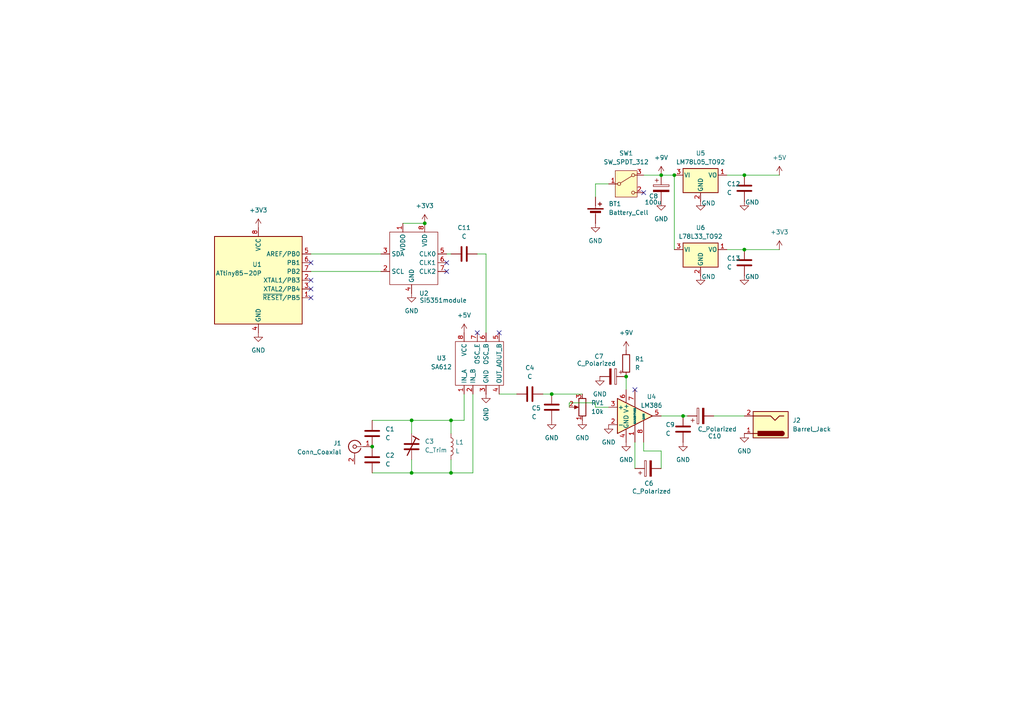
<source format=kicad_sch>
(kicad_sch (version 20231120) (generator "eeschema") (generator_version "8.0")
  (paper "A4")
  (lib_symbols
    (symbol "Amplifier_Audio:LM386" (pin_names (offset 0.127))
      (property "Reference" "U" (at 1.27 7.62 0))
      (property "Value" "LM386" (at 1.27 5.08 0))
      (symbol "LM386_0_1"
        (polyline (pts (xy 5.08 0) (xy -5.08 5.08) (xy -5.08 -5.08) (xy 5.08 0)) (stroke (width 0.254)) (fill (type background)))
      )
      (symbol "LM386_1_1"
        (pin input line (at 0 -7.62 90) (length 5.08) (name "GAIN") (number "1"))
        (pin input line (at -7.62 -2.54 0) (length 2.54) (name "-") (number "2"))
        (pin input line (at -7.62 2.54 0) (length 2.54) (name "+") (number "3"))
        (pin power_in line (at -2.54 -7.62 90) (length 3.81) (name "GND") (number "4"))
        (pin output line (at 7.62 0 180) (length 2.54) (name "~") (number "5"))
        (pin power_in line (at -2.54 7.62 270) (length 3.81) (name "V+") (number "6"))
        (pin input line (at 0 7.62 270) (length 5.08) (name "BYPASS") (number "7"))
        (pin input line (at 2.54 -7.62 90) (length 6.35) (name "GAIN") (number "8"))
      )
    )
    (symbol "Connector:Barrel_Jack" (pin_names (offset 1.016))
      (property "Reference" "J" (at 0 5.334 0))
      (property "Value" "Barrel_Jack" (at 0 -5.08 0))
      (symbol "Barrel_Jack_0_1"
        (rectangle (start -5.08 3.81) (end 5.08 -3.81) (stroke (width 0.254)) (fill (type background)))
        (arc (start -3.302 3.175) (mid -3.9343 2.54) (end -3.302 1.905) (stroke (width 0.254)))
        (arc (start -3.302 3.175) (mid -3.9343 2.54) (end -3.302 1.905) (stroke (width 0.254)) (fill (type outline)))
        (polyline (pts (xy 5.08 2.54) (xy 3.81 2.54)) (stroke (width 0.254)))
        (polyline (pts (xy -3.81 -2.54) (xy -2.54 -2.54) (xy -1.27 -1.27) (xy 0 -2.54) (xy 2.54 -2.54) (xy 5.08 -2.54)) (stroke (width 0.254)))
        (rectangle (start 3.683 3.175) (end -3.302 1.905) (stroke (width 0.254)) (fill (type outline)))
      )
      (symbol "Barrel_Jack_1_1"
        (pin passive line (at 7.62 2.54 180) (length 2.54) (name "~") (number "1"))
        (pin passive line (at 7.62 -2.54 180) (length 2.54) (name "~") (number "2"))
      )
    )
    (symbol "Connector:Conn_Coaxial" (pin_names (offset 1.016) hide)
      (property "Reference" "J" (at 0.254 3.048 0))
      (property "Value" "Conn_Coaxial" (at 2.921 0 90))
      (symbol "Conn_Coaxial_0_1"
        (arc (start -1.778 -0.508) (mid 0.2311 -1.8066) (end 1.778 0) (stroke (width 0.254)))
        (polyline (pts (xy -2.54 0) (xy -0.508 0)))
        (polyline (pts (xy 0 -2.54) (xy 0 -1.778)))
        (circle (center 0 0) (radius 0.508) (stroke (width 0.2032)))
        (arc (start 1.778 0) (mid 0.2099 1.8101) (end -1.778 0.508) (stroke (width 0.254)))
      )
      (symbol "Conn_Coaxial_1_1"
        (pin passive line (at -5.08 0 0) (length 2.54) (name "In") (number "1"))
        (pin passive line (at 0 -5.08 90) (length 2.54) (name "Ext") (number "2"))
      )
    )
    (symbol "Device:Battery_Cell" (pin_numbers hide) (pin_names (offset 0) hide)
      (property "Reference" "BT" (at 2.54 2.54 0))
      (property "Value" "Battery_Cell" (at 2.54 0 0))
      (symbol "Battery_Cell_0_1"
        (rectangle (start -2.286 1.778) (end 2.286 1.524) (fill (type outline)))
        (rectangle (start -1.524 1.016) (end 1.524 0.508) (fill (type outline)))
        (polyline (pts (xy 0 0.762) (xy 0 0)))
        (polyline (pts (xy 0 1.778) (xy 0 2.54)))
        (polyline (pts (xy 0.762 3.048) (xy 1.778 3.048)) (stroke (width 0.254)))
        (polyline (pts (xy 1.27 3.556) (xy 1.27 2.54)) (stroke (width 0.254)))
      )
      (symbol "Battery_Cell_1_1"
        (pin passive line (at 0 5.08 270) (length 2.54) (name "+") (number "1"))
        (pin passive line (at 0 -2.54 90) (length 2.54) (name "-") (number "2"))
      )
    )
    (symbol "Device:C" (pin_numbers hide) (pin_names (offset 0.254))
      (property "Reference" "C" (at 0.635 2.54 0))
      (property "Value" "C" (at 0.635 -2.54 0))
      (symbol "C_0_1"
        (polyline (pts (xy -2.032 -0.762) (xy 2.032 -0.762)) (stroke (width 0.508)))
        (polyline (pts (xy -2.032 0.762) (xy 2.032 0.762)) (stroke (width 0.508)))
      )
      (symbol "C_1_1"
        (pin passive line (at 0 3.81 270) (length 2.794) (name "~") (number "1"))
        (pin passive line (at 0 -3.81 90) (length 2.794) (name "~") (number "2"))
      )
    )
    (symbol "Device:C_Polarized" (pin_numbers hide) (pin_names (offset 0.254))
      (property "Reference" "C" (at 0.635 2.54 0))
      (property "Value" "C_Polarized" (at 0.635 -2.54 0))
      (symbol "C_Polarized_0_1"
        (rectangle (start -2.286 0.508) (end 2.286 1.016))
        (polyline (pts (xy -1.778 2.286) (xy -0.762 2.286)))
        (polyline (pts (xy -1.27 2.794) (xy -1.27 1.778)))
        (rectangle (start 2.286 -0.508) (end -2.286 -1.016) (fill (type outline)))
      )
      (symbol "C_Polarized_1_1"
        (pin passive line (at 0 3.81 270) (length 2.794) (name "~") (number "1"))
        (pin passive line (at 0 -3.81 90) (length 2.794) (name "~") (number "2"))
      )
    )
    (symbol "Device:C_Trim" (pin_numbers hide) (pin_names (offset 0.254) hide)
      (property "Reference" "C" (at 1.524 -2.032 0))
      (property "Value" "C_Trim" (at 3.048 -3.556 0))
      (symbol "C_Trim_0_1"
        (polyline (pts (xy -2.032 -0.762) (xy 2.032 -0.762)) (stroke (width 0.508)))
        (polyline (pts (xy -2.032 0.762) (xy 2.032 0.762)) (stroke (width 0.508)))
        (polyline (pts (xy 1.27 2.54) (xy -1.27 -2.54)) (stroke (width 0.3048)))
        (polyline (pts (xy 1.27 2.54) (xy 0.381 3.048)) (stroke (width 0.3048)))
        (polyline (pts (xy 1.27 2.54) (xy 2.159 2.032)) (stroke (width 0.3048)))
      )
      (symbol "C_Trim_1_1"
        (pin passive line (at 0 3.81 270) (length 3.048) (name "~") (number "1"))
        (pin passive line (at 0 -3.81 90) (length 3.048) (name "~") (number "2"))
      )
    )
    (symbol "Device:L" (pin_numbers hide) (pin_names (offset 1.016) hide)
      (property "Reference" "L" (at -1.27 0 90))
      (property "Value" "L" (at 1.905 0 90))
      (symbol "L_0_1"
        (arc (start 0 -2.54) (mid 0.6323 -1.905) (end 0 -1.27))
        (arc (start 0 -1.27) (mid 0.6323 -0.635) (end 0 0))
        (arc (start 0 0) (mid 0.6323 0.635) (end 0 1.27))
        (arc (start 0 1.27) (mid 0.6323 1.905) (end 0 2.54))
      )
      (symbol "L_1_1"
        (pin passive line (at 0 3.81 270) (length 1.27) (name "1") (number "1"))
        (pin passive line (at 0 -3.81 90) (length 1.27) (name "2") (number "2"))
      )
    )
    (symbol "Device:R" (pin_numbers hide) (pin_names (offset 0))
      (property "Reference" "R" (at 2.032 0 90))
      (property "Value" "R" (at 0 0 90))
      (symbol "R_0_1"
        (rectangle (start -1.016 -2.54) (end 1.016 2.54) (stroke (width 0.254)))
      )
      (symbol "R_1_1"
        (pin passive line (at 0 3.81 270) (length 1.27) (name "~") (number "1"))
        (pin passive line (at 0 -3.81 90) (length 1.27) (name "~") (number "2"))
      )
    )
    (symbol "Device:R_Potentiometer" (pin_names (offset 1.016) hide)
      (property "Reference" "RV" (at -4.445 0 90))
      (property "Value" "R_Potentiometer" (at -2.54 0 90))
      (symbol "R_Potentiometer_0_1"
        (polyline (pts (xy 2.54 0) (xy 1.524 0)))
        (polyline (pts (xy 1.143 0) (xy 2.286 0.508) (xy 2.286 -0.508) (xy 1.143 0)) (fill (type outline)))
        (rectangle (start 1.016 2.54) (end -1.016 -2.54) (stroke (width 0.254)))
      )
      (symbol "R_Potentiometer_1_1"
        (pin passive line (at 0 3.81 270) (length 1.27) (name "1") (number "1"))
        (pin passive line (at 3.81 0 180) (length 1.27) (name "2") (number "2"))
        (pin passive line (at 0 -3.81 90) (length 1.27) (name "3") (number "3"))
      )
    )
    (symbol "MCU_Microchip_ATtiny:ATtiny85-20P"
      (property "Reference" "U" (at -12.7 13.97 0))
      (property "Value" "ATtiny85-20P" (at 2.54 -13.97 0))
      (symbol "ATtiny85-20P_0_1"
        (rectangle (start -12.7 -12.7) (end 12.7 12.7) (stroke (width 0.254)) (fill (type background)))
      )
      (symbol "ATtiny85-20P_1_1"
        (pin bidirectional line (at 15.24 -5.08 180) (length 2.54) (name "~{RESET}/PB5") (number "1"))
        (pin bidirectional line (at 15.24 0 180) (length 2.54) (name "XTAL1/PB3") (number "2"))
        (pin bidirectional line (at 15.24 -2.54 180) (length 2.54) (name "XTAL2/PB4") (number "3"))
        (pin power_in line (at 0 -15.24 90) (length 2.54) (name "GND") (number "4"))
        (pin bidirectional line (at 15.24 7.62 180) (length 2.54) (name "AREF/PB0") (number "5"))
        (pin bidirectional line (at 15.24 5.08 180) (length 2.54) (name "PB1") (number "6"))
        (pin bidirectional line (at 15.24 2.54 180) (length 2.54) (name "PB2") (number "7"))
        (pin power_in line (at 0 15.24 270) (length 2.54) (name "VCC") (number "8"))
      )
    )
    (symbol "New_Library:NE612"
      (property "Reference" "U" (at 0 8.89 0))
      (symbol "NE612_0_1"
        (rectangle (start -6.35 6.35) (end 6.35 -7.62))
      )
      (symbol "NE612_1_1"
        (pin input line (at -8.89 3.81 0) (length 2.54) (name "IN_A") (number "1"))
        (pin input line (at -8.89 1.27 0) (length 2.54) (name "IN_B") (number "2"))
        (pin input line (at -8.89 -2.54 0) (length 2.54) (name "GND") (number "3"))
        (pin output line (at -8.89 -6.35 0) (length 2.54) (name "OUT_A") (number "4"))
        (pin output line (at 8.89 -6.35 180) (length 2.54) (name "OUT_B") (number "5"))
        (pin input line (at 8.89 -2.54 180) (length 2.54) (name "OSC_B") (number "6"))
        (pin input line (at 8.89 0 180) (length 2.54) (name "OSC_E") (number "7"))
        (pin input line (at 8.89 3.81 180) (length 2.54) (name "VCC") (number "8"))
      )
    )
    (symbol "New_Library_ic4:Si5351module"
      (property "Reference" "U" (at 0 0 0))
      (symbol "Si5351module_0_1"
        (rectangle (start -6.35 7.62) (end 7.62 -7.62))
      )
      (symbol "Si5351module_1_1"
        (pin power_in line (at -2.54 10.16 270) (length 2.54) (name "VDDO") (number "1"))
        (pin passive line (at -8.89 -3.81 0) (length 2.54) (name "SCL") (number "2"))
        (pin passive line (at -8.89 1.27 0) (length 2.54) (name "SDA") (number "3"))
        (pin power_in line (at 0 -10.16 90) (length 2.54) (name "GND") (number "4"))
        (pin output line (at 10.16 1.27 180) (length 2.54) (name "CLK0") (number "5"))
        (pin output line (at 10.16 -1.27 180) (length 2.54) (name "CLK1") (number "6"))
        (pin output line (at 10.16 -3.81 180) (length 2.54) (name "CLK2") (number "7"))
        (pin power_in line (at 3.81 10.16 270) (length 2.54) (name "VDD") (number "8"))
      )
    )
    (symbol "Regulator_Linear:L78L33_TO92" (pin_names (offset 0.254))
      (property "Reference" "U" (at -3.81 3.175 0))
      (property "Value" "L78L33_TO92" (at 0 3.175 0))
      (symbol "L78L33_TO92_0_1"
        (rectangle (start -5.08 -5.08) (end 5.08 1.905) (stroke (width 0.254)) (fill (type background)))
      )
      (symbol "L78L33_TO92_1_1"
        (pin power_out line (at 7.62 0 180) (length 2.54) (name "VO") (number "1"))
        (pin power_in line (at 0 -7.62 90) (length 2.54) (name "GND") (number "2"))
        (pin power_in line (at -7.62 0 0) (length 2.54) (name "VI") (number "3"))
      )
    )
    (symbol "Regulator_Linear:LM78L05_TO92" (pin_names (offset 0.254))
      (property "Reference" "U" (at -3.81 3.175 0))
      (property "Value" "LM78L05_TO92" (at 0 3.175 0))
      (symbol "LM78L05_TO92_0_1"
        (rectangle (start -5.08 -5.08) (end 5.08 1.905) (stroke (width 0.254)) (fill (type background)))
      )
      (symbol "LM78L05_TO92_1_1"
        (pin power_out line (at 7.62 0 180) (length 2.54) (name "VO") (number "1"))
        (pin power_in line (at 0 -7.62 90) (length 2.54) (name "GND") (number "2"))
        (pin power_in line (at -7.62 0 0) (length 2.54) (name "VI") (number "3"))
      )
    )
    (symbol "Switch:SW_SPDT_312" (pin_names (offset 1) hide)
      (property "Reference" "SW" (at 0 5.08 0))
      (property "Value" "SW_SPDT_312" (at 0 -5.08 0))
      (symbol "SW_SPDT_312_0_1"
        (circle (center -2.032 0) (radius 0.4572))
        (polyline (pts (xy -1.651 0.254) (xy 1.651 2.286)))
        (circle (center 2.032 -2.54) (radius 0.4572))
        (circle (center 2.032 2.54) (radius 0.4572))
      )
      (symbol "SW_SPDT_312_1_1"
        (rectangle (start -3.175 3.81) (end 3.175 -3.81) (fill (type background)))
        (pin passive line (at -5.08 0 0) (length 2.54) (name "B") (number "1"))
        (pin passive line (at 5.08 -2.54 180) (length 2.54) (name "C") (number "2"))
        (pin passive line (at 5.08 2.54 180) (length 2.54) (name "A") (number "3"))
      )
    )
    (symbol "power:+3V3" (power) (pin_numbers hide) (pin_names (offset 0) hide)
      (property "Value" "+3V3" (at 0 3.556 0))
      (symbol "+3V3_0_1"
        (polyline (pts (xy -0.762 1.27) (xy 0 2.54)))
        (polyline (pts (xy 0 0) (xy 0 2.54)))
        (polyline (pts (xy 0 2.54) (xy 0.762 1.27)))
      )
      (symbol "+3V3_1_1"
        (pin power_in line (at 0 0 90) (length 0) (name "~") (number "1"))
      )
    )
    (symbol "power:+5V" (power) (pin_numbers hide) (pin_names (offset 0) hide)
      (property "Value" "+5V" (at 0 3.556 0))
      (symbol "+5V_0_1"
        (polyline (pts (xy -0.762 1.27) (xy 0 2.54)))
        (polyline (pts (xy 0 0) (xy 0 2.54)))
        (polyline (pts (xy 0 2.54) (xy 0.762 1.27)))
      )
      (symbol "+5V_1_1"
        (pin power_in line (at 0 0 90) (length 0) (name "~") (number "1"))
      )
    )
    (symbol "power:+9V" (power) (pin_numbers hide) (pin_names (offset 0) hide)
      (property "Value" "+9V" (at 0 3.556 0))
      (symbol "+9V_0_1"
        (polyline (pts (xy -0.762 1.27) (xy 0 2.54)))
        (polyline (pts (xy 0 0) (xy 0 2.54)))
        (polyline (pts (xy 0 2.54) (xy 0.762 1.27)))
      )
      (symbol "+9V_1_1"
        (pin power_in line (at 0 0 90) (length 0) (name "~") (number "1"))
      )
    )
    (symbol "power:GND" (power) (pin_numbers hide) (pin_names (offset 0) hide)
      (property "Value" "GND" (at 0 -3.81 0))
      (symbol "GND_0_1"
        (polyline (pts (xy 0 0) (xy 0 -1.27) (xy 1.27 -1.27) (xy 0 -2.54) (xy -1.27 -1.27) (xy 0 -1.27)))
      )
      (symbol "GND_1_1"
        (pin power_in line (at 0 0 270) (length 0) (name "~") (number "1"))
      )
    )
  )
  (junction (at 119.38 121.92))
  (junction (at 107.95 129.54))
  (junction (at 195.58 50.8))
  (junction (at 119.38 137.16))
  (junction (at 130.81 121.92))
  (junction (at 181.61 109.22))
  (junction (at 191.77 50.8))
  (junction (at 215.9 72.39))
  (junction (at 198.12 120.65))
  (junction (at 215.9 50.8))
  (junction (at 130.81 137.16))
  (junction (at 123.19 64.77))
  (junction (at 160.02 114.3))
  (no_connect (at 129.54 76.2))
  (no_connect (at 90.17 76.2))
  (no_connect (at 129.54 78.74))
  (no_connect (at 90.17 83.82))
  (no_connect (at 90.17 86.36))
  (no_connect (at 184.15 113.03))
  (no_connect (at 186.69 55.88))
  (no_connect (at 144.78 96.52))
  (no_connect (at 138.43 96.52))
  (no_connect (at 90.17 81.28))
  (wire (pts (xy 140.97 96.52) (xy 140.97 73.66)))
  (wire (pts (xy 160.02 114.3) (xy 168.91 114.3)))
  (wire (pts (xy 172.72 116.84) (xy 172.72 118.11)))
  (wire (pts (xy 130.81 121.92) (xy 134.62 121.92)))
  (wire (pts (xy 207.01 120.65) (xy 215.9 120.65)))
  (wire (pts (xy 90.17 73.66) (xy 110.49 73.66)))
  (wire (pts (xy 107.95 121.92) (xy 119.38 121.92)))
  (wire (pts (xy 130.81 121.92) (xy 130.81 125.73)))
  (wire (pts (xy 119.38 121.92) (xy 130.81 121.92)))
  (wire (pts (xy 160.02 114.3) (xy 157.48 114.3)))
  (wire (pts (xy 129.54 73.66) (xy 130.81 73.66)))
  (wire (pts (xy 181.61 109.22) (xy 181.61 113.03)))
  (wire (pts (xy 165.1 116.84) (xy 172.72 116.84)))
  (wire (pts (xy 191.77 50.8) (xy 195.58 50.8)))
  (wire (pts (xy 107.95 137.16) (xy 119.38 137.16)))
  (wire (pts (xy 130.81 133.35) (xy 130.81 137.16)))
  (wire (pts (xy 137.16 137.16) (xy 130.81 137.16)))
  (wire (pts (xy 119.38 133.35) (xy 119.38 137.16)))
  (wire (pts (xy 215.9 50.8) (xy 210.82 50.8)))
  (wire (pts (xy 90.17 78.74) (xy 110.49 78.74)))
  (wire (pts (xy 191.77 130.81) (xy 191.77 135.89)))
  (wire (pts (xy 176.53 118.11) (xy 172.72 118.11)))
  (wire (pts (xy 226.06 50.8) (xy 215.9 50.8)))
  (wire (pts (xy 184.15 128.27) (xy 184.15 135.89)))
  (wire (pts (xy 134.62 121.92) (xy 134.62 114.3)))
  (wire (pts (xy 172.72 53.34) (xy 176.53 53.34)))
  (wire (pts (xy 215.9 72.39) (xy 210.82 72.39)))
  (wire (pts (xy 186.69 130.81) (xy 191.77 130.81)))
  (wire (pts (xy 226.06 72.39) (xy 215.9 72.39)))
  (wire (pts (xy 195.58 50.8) (xy 195.58 72.39)))
  (wire (pts (xy 198.12 120.65) (xy 199.39 120.65)))
  (wire (pts (xy 186.69 128.27) (xy 186.69 130.81)))
  (wire (pts (xy 138.43 73.66) (xy 140.97 73.66)))
  (wire (pts (xy 119.38 137.16) (xy 130.81 137.16)))
  (wire (pts (xy 137.16 114.3) (xy 137.16 137.16)))
  (wire (pts (xy 172.72 57.15) (xy 172.72 53.34)))
  (wire (pts (xy 116.84 64.77) (xy 123.19 64.77)))
  (wire (pts (xy 191.77 120.65) (xy 198.12 120.65)))
  (wire (pts (xy 119.38 121.92) (xy 119.38 125.73)))
  (wire (pts (xy 149.86 114.3) (xy 144.78 114.3)))
  (wire (pts (xy 186.69 50.8) (xy 191.77 50.8)))
  (wire (pts (xy 165.1 118.11) (xy 165.1 116.84)))
  (symbol (lib_id "Device:C") (at 153.67 114.3 90) (unit 1)
    (property "Reference" "C4" (at 153.67 106.68 90))
    (property "Value" "C" (at 153.67 109.22 90))
    (property "Footprint" "Capacitor_THT:C_Disc_D4.3mm_W1.9mm_P5.00mm" (effects (hide yes)))
    (property "Description" "Unpolarized capacitor" (effects (hide yes)))
  )
  (symbol (lib_id "New_Library:NE612") (at 138.43 105.41 90) (unit 1)
    (property "Reference" "U3" (at 128.016 103.886 90))
    (property "Value" "SA612" (at 128.016 106.426 90))
    (property "Footprint" "Package_DIP:DIP-8_W7.62mm" (effects (hide yes)))
  )
  (symbol (lib_id "Connector:Conn_Coaxial") (at 102.87 129.54 0) (mirror y) (unit 1)
    (property "Reference" "J1" (at 99.06 128.5631 0) (effects (justify left)))
    (property "Value" "Conn_Coaxial" (at 99.06 131.1031 0) (effects (justify left)))
    (property "Footprint" "Connector_Coaxial:SMA_Amphenol_132289_EdgeMount" (effects (hide yes)))
    (property "Datasheet" " ~" (effects (hide yes)))
    (property "Description" "coaxial connector (BNC, SMA, SMB, SMC, Cinch/RCA, LEMO, ...)" (effects (hide yes)))
  )
  (symbol (lib_id "Amplifier_Audio:LM386") (at 184.15 120.65 0) (unit 1)
    (property "Reference" "U4" (at 188.976 115.062 0))
    (property "Value" "LM386" (at 188.976 117.602 0))
    (property "Footprint" "Package_DIP:DIP-8_W7.62mm" (effects (hide yes)))
    (property "Datasheet" "http://www.ti.com/lit/ds/symlink/lm386.pdf" (effects (hide yes)))
    (property "Description" "Low Voltage Audio Power Amplifier, DIP-8/SOIC-8/SSOP-8" (effects (hide yes)))
  )
  (symbol (lib_id "Switch:SW_SPDT_312") (at 181.61 53.34 0) (unit 1)
    (property "Reference" "SW1" (at 181.61 44.45 0))
    (property "Value" "SW_SPDT_312" (at 181.61 46.99 0))
    (property "Footprint" "Library:SW" (effects (hide yes)))
    (property "Description" "Switch, single pole double throw" (effects (hide yes)))
  )
  (symbol (lib_id "power:GND") (at 203.2 58.42 0) (unit 1)
    (property "Reference" "#PWR010" (effects (hide yes)))
    (property "Value" "GND" (at 205.486 58.928 0))
    (property "Description" "Power symbol creates a global label with name \"GND\" , ground" (effects (hide yes)))
  )
  (symbol (lib_id "power:+3V3") (at 74.93 66.04 0) (unit 1)
    (property "Reference" "#PWR01" (effects (hide yes)))
    (property "Value" "+3V3" (at 74.93 60.96 0))
    (property "Description" "Power symbol creates a global label with name \"+3V3\"" (effects (hide yes)))
  )
  (symbol (lib_id "Device:C") (at 160.02 118.11 0) (unit 1)
    (property "Reference" "C5" (at 154.178 118.364 0) (effects (justify left)))
    (property "Value" "C" (at 154.178 120.904 0) (effects (justify left)))
    (property "Footprint" "Capacitor_THT:C_Disc_D4.3mm_W1.9mm_P5.00mm" (effects (hide yes)))
    (property "Description" "Unpolarized capacitor" (effects (hide yes)))
  )
  (symbol (lib_id "power:GND") (at 119.38 85.09 0) (unit 1)
    (property "Reference" "#PWR03" (effects (hide yes)))
    (property "Value" "GND" (at 119.38 90.17 0))
    (property "Description" "Power symbol creates a global label with name \"GND\" , ground" (effects (hide yes)))
  )
  (symbol (lib_id "power:GND") (at 215.9 58.42 0) (unit 1)
    (property "Reference" "#PWR023" (effects (hide yes)))
    (property "Value" "GND" (at 218.186 58.674 0))
    (property "Description" "Power symbol creates a global label with name \"GND\" , ground" (effects (hide yes)))
  )
  (symbol (lib_id "Device:Battery_Cell") (at 172.72 62.23 0) (unit 1)
    (property "Reference" "BT1" (at 176.53 59.1184 0) (effects (justify left)))
    (property "Value" "Battery_Cell" (at 176.53 61.6584 0) (effects (justify left)))
    (property "Footprint" "Connector_PinHeader_2.54mm:PinHeader_1x02_P2.54mm_Vertical" (effects (hide yes)))
    (property "Description" "Single-cell battery" (effects (hide yes)))
  )
  (symbol (lib_id "power:+9V") (at 181.61 101.6 0) (unit 1)
    (property "Reference" "#PWR06" (effects (hide yes)))
    (property "Value" "+9V" (at 181.61 96.52 0))
    (property "Description" "Power symbol creates a global label with name \"+9V\"" (effects (hide yes)))
  )
  (symbol (lib_id "power:+5V") (at 134.62 96.52 0) (unit 1)
    (property "Reference" "#PWR08" (effects (hide yes)))
    (property "Value" "+5V" (at 134.62 91.44 0))
    (property "Description" "Power symbol creates a global label with name \"+5V\"" (effects (hide yes)))
  )
  (symbol (lib_id "Device:R_Potentiometer") (at 168.91 118.11 180) (unit 1)
    (property "Reference" "RV1" (at 171.45 116.8399 0) (effects (justify right)))
    (property "Value" "10k" (at 171.45 119.3799 0) (effects (justify right)))
    (property "Footprint" "Potentiometer_THT:Potentiometer_Vishay_T73YP_Vertical" (effects (hide yes)))
    (property "Description" "Potentiometer" (effects (hide yes)))
  )
  (symbol (lib_id "power:GND") (at 140.97 114.3 0) (unit 1)
    (property "Reference" "#PWR04" (effects (hide yes)))
    (property "Value" "GND" (at 140.9699 118.11 90) (effects (justify right)))
    (property "Description" "Power symbol creates a global label with name \"GND\" , ground" (effects (hide yes)))
  )
  (symbol (lib_id "Device:C_Trim") (at 119.38 129.54 0) (unit 1)
    (property "Reference" "C3" (at 123.19 128.0159 0) (effects (justify left)))
    (property "Value" "C_Trim" (at 123.19 130.5559 0) (effects (justify left)))
    (property "Footprint" "Library:c_trim" (effects (hide yes)))
    (property "Description" "Trimmable capacitor" (effects (hide yes)))
  )
  (symbol (lib_id "power:GND") (at 160.02 121.92 0) (unit 1)
    (property "Reference" "#PWR015" (effects (hide yes)))
    (property "Value" "GND" (at 160.02 127 0))
    (property "Description" "Power symbol creates a global label with name \"GND\" , ground" (effects (hide yes)))
  )
  (symbol (lib_id "power:GND") (at 168.91 121.92 0) (unit 1)
    (property "Reference" "#PWR014" (effects (hide yes)))
    (property "Value" "GND" (at 168.91 127 0))
    (property "Description" "Power symbol creates a global label with name \"GND\" , ground" (effects (hide yes)))
  )
  (symbol (lib_id "Device:C_Polarized") (at 177.8 109.22 270) (unit 1)
    (property "Reference" "C7" (at 173.736 103.378 90))
    (property "Value" "C_Polarized" (at 172.974 105.41 90))
    (property "Footprint" "Capacitor_THT:CP_Radial_D6.3mm_P2.50mm" (effects (hide yes)))
    (property "Description" "Polarized capacitor" (effects (hide yes)))
  )
  (symbol (lib_id "Connector:Barrel_Jack") (at 223.52 123.19 180) (unit 1)
    (property "Reference" "J2" (at 229.87 121.9199 0) (effects (justify right)))
    (property "Value" "Barrel_Jack" (at 229.87 124.4599 0) (effects (justify right)))
    (property "Footprint" "Library:2.5jack" (effects (hide yes)))
    (property "Description" "DC Barrel Jack" (effects (hide yes)))
  )
  (symbol (lib_id "Device:C") (at 107.95 133.35 0) (unit 1)
    (property "Reference" "C2" (at 111.76 132.0799 0) (effects (justify left)))
    (property "Value" "C" (at 111.76 134.6199 0) (effects (justify left)))
    (property "Footprint" "Capacitor_THT:C_Disc_D4.3mm_W1.9mm_P5.00mm" (effects (hide yes)))
    (property "Description" "Unpolarized capacitor" (effects (hide yes)))
  )
  (symbol (lib_id "power:GND") (at 215.9 125.73 0) (unit 1)
    (property "Reference" "#PWR020" (effects (hide yes)))
    (property "Value" "GND" (at 215.9 130.81 0))
    (property "Description" "Power symbol creates a global label with name \"GND\" , ground" (effects (hide yes)))
  )
  (symbol (lib_id "Device:C_Polarized") (at 191.77 54.61 0) (unit 1)
    (property "Reference" "C8" (at 188.214 56.896 0) (effects (justify left)))
    (property "Value" "100u" (at 186.944 58.674 0) (effects (justify left)))
    (property "Footprint" "Capacitor_THT:CP_Radial_D6.3mm_P2.50mm" (effects (hide yes)))
    (property "Description" "Polarized capacitor" (effects (hide yes)))
  )
  (symbol (lib_id "Device:C") (at 215.9 76.2 0) (unit 1)
    (property "Reference" "C13" (at 210.82 74.93 0) (effects (justify left)))
    (property "Value" "C" (at 210.82 77.47 0) (effects (justify left)))
    (property "Footprint" "Capacitor_THT:C_Disc_D4.3mm_W1.9mm_P5.00mm" (effects (hide yes)))
    (property "Description" "Unpolarized capacitor" (effects (hide yes)))
  )
  (symbol (lib_id "Regulator_Linear:LM78L05_TO92") (at 203.2 50.8 0) (unit 1)
    (property "Reference" "U5" (at 203.2 44.45 0))
    (property "Value" "LM78L05_TO92" (at 203.2 46.99 0))
    (property "Footprint" "Package_TO_SOT_THT:TO-92_Inline_Wide" (effects (hide yes)))
    (property "Datasheet" "https://www.onsemi.com/pub/Collateral/MC78L06A-D.pdf" (effects (hide yes)))
    (property "Description" "Positive 100mA 30V Linear Regulator, Fixed Output 5V, TO-92" (effects (hide yes)))
  )
  (symbol (lib_id "power:GND") (at 198.12 128.27 0) (unit 1)
    (property "Reference" "#PWR019" (effects (hide yes)))
    (property "Value" "GND" (at 198.12 133.35 0))
    (property "Description" "Power symbol creates a global label with name \"GND\" , ground" (effects (hide yes)))
  )
  (symbol (lib_id "power:+3V3") (at 123.19 64.77 0) (unit 1)
    (property "Reference" "#PWR07" (effects (hide yes)))
    (property "Value" "+3V3" (at 123.19 59.69 0))
    (property "Description" "Power symbol creates a global label with name \"+3V3\"" (effects (hide yes)))
  )
  (symbol (lib_id "power:GND") (at 191.77 58.42 0) (unit 1)
    (property "Reference" "#PWR018" (effects (hide yes)))
    (property "Value" "GND" (at 191.77 63.5 0))
    (property "Description" "Power symbol creates a global label with name \"GND\" , ground" (effects (hide yes)))
  )
  (symbol (lib_id "Device:C_Polarized") (at 187.96 135.89 90) (unit 1)
    (property "Reference" "C6" (at 188.214 140.208 90))
    (property "Value" "C_Polarized" (at 188.976 142.494 90))
    (property "Footprint" "Capacitor_THT:CP_Radial_D6.3mm_P2.50mm" (effects (hide yes)))
    (property "Description" "Polarized capacitor" (effects (hide yes)))
  )
  (symbol (lib_id "power:GND") (at 176.53 123.19 0) (unit 1)
    (property "Reference" "#PWR016" (effects (hide yes)))
    (property "Value" "GND" (at 176.53 128.27 0))
    (property "Description" "Power symbol creates a global label with name \"GND\" , ground" (effects (hide yes)))
  )
  (symbol (lib_id "Device:C") (at 134.62 73.66 90) (unit 1)
    (property "Reference" "C11" (at 134.62 66.04 90))
    (property "Value" "C" (at 134.62 68.58 90))
    (property "Footprint" "Capacitor_THT:C_Disc_D4.3mm_W1.9mm_P5.00mm" (effects (hide yes)))
    (property "Description" "Unpolarized capacitor" (effects (hide yes)))
  )
  (symbol (lib_id "power:GND") (at 203.2 80.01 0) (unit 1)
    (property "Reference" "#PWR011" (effects (hide yes)))
    (property "Value" "GND" (at 205.486 80.264 0))
    (property "Description" "Power symbol creates a global label with name \"GND\" , ground" (effects (hide yes)))
  )
  (symbol (lib_id "New_Library_ic4:Si5351module") (at 119.38 74.93 0) (unit 1)
    (property "Reference" "U2" (at 121.5741 85.09 0) (effects (justify left)))
    (property "Value" "Si5351module" (at 121.666 87.122 0) (effects (justify left)))
    (property "Footprint" "Package_DIP:DIP-8_W7.62mm" (effects (hide yes)))
  )
  (symbol (lib_id "power:+5V") (at 226.06 50.8 0) (unit 1)
    (property "Reference" "#PWR013" (effects (hide yes)))
    (property "Value" "+5V" (at 226.06 45.72 0))
    (property "Description" "Power symbol creates a global label with name \"+5V\"" (effects (hide yes)))
  )
  (symbol (lib_id "Device:C_Polarized") (at 203.2 120.65 90) (unit 1)
    (property "Reference" "C10" (at 207.264 126.492 90))
    (property "Value" "C_Polarized" (at 208.026 124.46 90))
    (property "Footprint" "Capacitor_THT:CP_Radial_D6.3mm_P2.50mm" (effects (hide yes)))
    (property "Description" "Polarized capacitor" (effects (hide yes)))
  )
  (symbol (lib_id "power:GND") (at 173.99 109.22 0) (unit 1)
    (property "Reference" "#PWR017" (effects (hide yes)))
    (property "Value" "GND" (at 173.99 114.3 0))
    (property "Description" "Power symbol creates a global label with name \"GND\" , ground" (effects (hide yes)))
  )
  (symbol (lib_id "Regulator_Linear:L78L33_TO92") (at 203.2 72.39 0) (unit 1)
    (property "Reference" "U6" (at 203.2 66.04 0))
    (property "Value" "L78L33_TO92" (at 203.2 68.58 0))
    (property "Footprint" "Package_TO_SOT_THT:TO-92_Inline_Wide" (effects (hide yes)))
    (property "Datasheet" "http://www.st.com/content/ccc/resource/technical/document/datasheet/15/55/e5/aa/23/5b/43/fd/CD00000446.pdf/files/CD00000446.pdf/jcr:content/translations/en.CD00000446.pdf" (effects (hide yes)))
    (property "Description" "Positive 100mA 30V Linear Regulator, Fixed Output 3.3V, TO-92" (effects (hide yes)))
  )
  (symbol (lib_id "Device:R") (at 181.61 105.41 0) (unit 1)
    (property "Reference" "R1" (at 184.15 104.1399 0) (effects (justify left)))
    (property "Value" "R" (at 184.15 106.6799 0) (effects (justify left)))
    (property "Footprint" "Resistor_THT:R_Axial_DIN0207_L6.3mm_D2.5mm_P7.62mm_Horizontal" (effects (hide yes)))
    (property "Description" "Resistor" (effects (hide yes)))
  )
  (symbol (lib_id "power:GND") (at 215.9 80.01 0) (unit 1)
    (property "Reference" "#PWR022" (effects (hide yes)))
    (property "Value" "GND" (at 218.186 80.264 0))
    (property "Description" "Power symbol creates a global label with name \"GND\" , ground" (effects (hide yes)))
  )
  (symbol (lib_id "power:GND") (at 172.72 64.77 0) (unit 1)
    (property "Reference" "#PWR09" (effects (hide yes)))
    (property "Value" "GND" (at 172.72 69.85 0))
    (property "Description" "Power symbol creates a global label with name \"GND\" , ground" (effects (hide yes)))
  )
  (symbol (lib_id "Device:C") (at 198.12 124.46 0) (unit 1)
    (property "Reference" "C9" (at 193.04 123.19 0) (effects (justify left)))
    (property "Value" "C" (at 193.04 125.73 0) (effects (justify left)))
    (property "Footprint" "Capacitor_THT:C_Disc_D4.3mm_W1.9mm_P5.00mm" (effects (hide yes)))
    (property "Description" "Unpolarized capacitor" (effects (hide yes)))
  )
  (symbol (lib_id "MCU_Microchip_ATtiny:ATtiny85-20P") (at 74.93 81.28 0) (unit 1)
    (property "Reference" "U1" (at 75.946 76.708 0) (effects (justify right)))
    (property "Value" "ATtiny85-20P" (at 75.946 79.248 0) (effects (justify right)))
    (property "Footprint" "Package_DIP:DIP-8_W7.62mm" (effects (hide yes)))
    (property "Datasheet" "http://ww1.microchip.com/downloads/en/DeviceDoc/atmel-2586-avr-8-bit-microcontroller-attiny25-attiny45-attiny85_datasheet.pdf" (effects (hide yes)))
    (property "Description" "20MHz, 8kB Flash, 512B SRAM, 512B EEPROM, debugWIRE, DIP-8" (effects (hide yes)))
  )
  (symbol (lib_id "power:+3V3") (at 226.06 72.39 0) (unit 1)
    (property "Reference" "#PWR012" (effects (hide yes)))
    (property "Value" "+3V3" (at 226.06 67.31 0))
    (property "Description" "Power symbol creates a global label with name \"+3V3\"" (effects (hide yes)))
  )
  (symbol (lib_id "power:+9V") (at 191.77 50.8 0) (unit 1)
    (property "Reference" "#PWR021" (effects (hide yes)))
    (property "Value" "+9V" (at 191.77 45.72 0))
    (property "Description" "Power symbol creates a global label with name \"+9V\"" (effects (hide yes)))
  )
  (symbol (lib_id "Device:L") (at 130.81 129.54 0) (unit 1)
    (property "Reference" "L1" (at 132.08 128.2699 0) (effects (justify left)))
    (property "Value" "L" (at 132.08 130.8099 0) (effects (justify left)))
    (property "Footprint" "Inductor_THT:L_Axial_L5.3mm_D2.2mm_P2.54mm_Vertical_Vishay_IM-1" (effects (hide yes)))
    (property "Description" "Inductor" (effects (hide yes)))
  )
  (symbol (lib_id "Device:C") (at 215.9 54.61 0) (unit 1)
    (property "Reference" "C12" (at 210.82 53.34 0) (effects (justify left)))
    (property "Value" "C" (at 210.82 55.88 0) (effects (justify left)))
    (property "Footprint" "Capacitor_THT:C_Disc_D4.3mm_W1.9mm_P5.00mm" (effects (hide yes)))
    (property "Description" "Unpolarized capacitor" (effects (hide yes)))
  )
  (symbol (lib_id "power:GND") (at 181.61 128.27 0) (unit 1)
    (property "Reference" "#PWR05" (effects (hide yes)))
    (property "Value" "GND" (at 181.61 133.35 0))
    (property "Description" "Power symbol creates a global label with name \"GND\" , ground" (effects (hide yes)))
  )
  (symbol (lib_id "Device:C") (at 107.95 125.73 0) (unit 1)
    (property "Reference" "C1" (at 111.76 124.4599 0) (effects (justify left)))
    (property "Value" "C" (at 111.76 126.9999 0) (effects (justify left)))
    (property "Footprint" "Capacitor_THT:C_Disc_D4.3mm_W1.9mm_P5.00mm" (effects (hide yes)))
    (property "Description" "Unpolarized capacitor" (effects (hide yes)))
  )
  (symbol (lib_id "power:GND") (at 74.93 96.52 0) (unit 1)
    (property "Reference" "#PWR02" (effects (hide yes)))
    (property "Value" "GND" (at 74.93 101.6 0))
    (property "Description" "Power symbol creates a global label with name \"GND\" , ground" (effects (hide yes)))
  )
)
</source>
